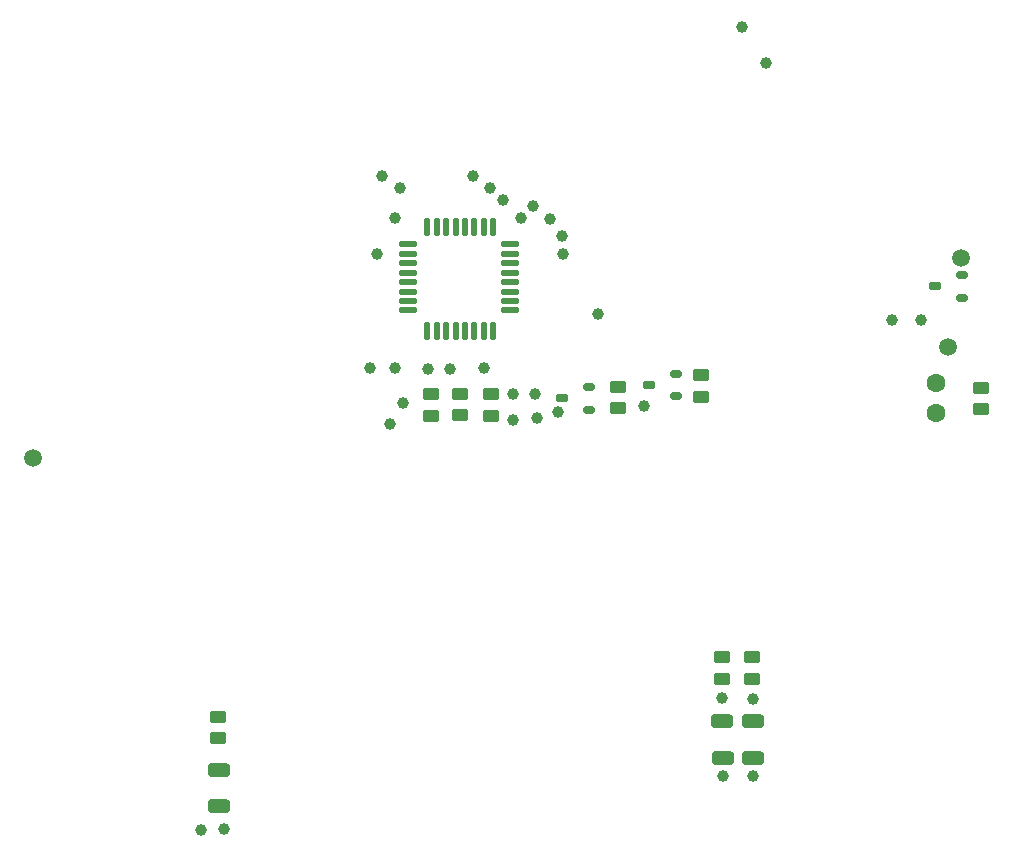
<source format=gbr>
%TF.GenerationSoftware,KiCad,Pcbnew,7.0.8*%
%TF.CreationDate,2023-12-31T22:43:44+00:00*%
%TF.ProjectId,pce-gt-controller,7063652d-6774-42d6-936f-6e74726f6c6c,BF1.1*%
%TF.SameCoordinates,Original*%
%TF.FileFunction,Paste,Top*%
%TF.FilePolarity,Positive*%
%FSLAX46Y46*%
G04 Gerber Fmt 4.6, Leading zero omitted, Abs format (unit mm)*
G04 Created by KiCad (PCBNEW 7.0.8) date 2023-12-31 22:43:44*
%MOMM*%
%LPD*%
G01*
G04 APERTURE LIST*
G04 Aperture macros list*
%AMRoundRect*
0 Rectangle with rounded corners*
0 $1 Rounding radius*
0 $2 $3 $4 $5 $6 $7 $8 $9 X,Y pos of 4 corners*
0 Add a 4 corners polygon primitive as box body*
4,1,4,$2,$3,$4,$5,$6,$7,$8,$9,$2,$3,0*
0 Add four circle primitives for the rounded corners*
1,1,$1+$1,$2,$3*
1,1,$1+$1,$4,$5*
1,1,$1+$1,$6,$7*
1,1,$1+$1,$8,$9*
0 Add four rect primitives between the rounded corners*
20,1,$1+$1,$2,$3,$4,$5,0*
20,1,$1+$1,$4,$5,$6,$7,0*
20,1,$1+$1,$6,$7,$8,$9,0*
20,1,$1+$1,$8,$9,$2,$3,0*%
G04 Aperture macros list end*
%ADD10C,1.000000*%
%ADD11RoundRect,0.250000X0.450000X-0.262500X0.450000X0.262500X-0.450000X0.262500X-0.450000X-0.262500X0*%
%ADD12RoundRect,0.150000X0.357500X0.150000X-0.357500X0.150000X-0.357500X-0.150000X0.357500X-0.150000X0*%
%ADD13RoundRect,0.150000X0.392500X0.150000X-0.392500X0.150000X-0.392500X-0.150000X0.392500X-0.150000X0*%
%ADD14RoundRect,0.250000X-0.450000X0.262500X-0.450000X-0.262500X0.450000X-0.262500X0.450000X0.262500X0*%
%ADD15C,1.500000*%
%ADD16RoundRect,0.281565X-0.645643X0.295643X-0.645643X-0.295643X0.645643X-0.295643X0.645643X0.295643X0*%
%ADD17C,1.600000*%
%ADD18RoundRect,0.125000X-0.125000X0.625000X-0.125000X-0.625000X0.125000X-0.625000X0.125000X0.625000X0*%
%ADD19RoundRect,0.125000X-0.625000X0.125000X-0.625000X-0.125000X0.625000X-0.125000X0.625000X0.125000X0*%
G04 APERTURE END LIST*
D10*
%TO.C,*%
X155870000Y-78880000D03*
%TD*%
%TO.C,*%
X146790000Y-80370000D03*
%TD*%
D11*
%TO.C,R800*%
X149810000Y-97102500D03*
X149810000Y-95277500D03*
%TD*%
D10*
%TO.C,*%
X167800000Y-96260000D03*
%TD*%
%TO.C,*%
X149570000Y-93150000D03*
%TD*%
%TO.C,*%
X144640000Y-93060000D03*
%TD*%
D12*
%TO.C,D802*%
X163227500Y-96610000D03*
X163227500Y-94710000D03*
D13*
X160927500Y-95660000D03*
%TD*%
D14*
%TO.C,L804*%
X177010000Y-117577500D03*
X177010000Y-119402500D03*
%TD*%
D10*
%TO.C,*%
X145200000Y-83410000D03*
%TD*%
%TO.C,*%
X154290000Y-93080000D03*
%TD*%
%TO.C,*%
X145670000Y-76830000D03*
%TD*%
%TO.C,*%
X160950000Y-83450000D03*
%TD*%
%TO.C,*%
X158820000Y-97280000D03*
%TD*%
%TO.C,*%
X158620000Y-95290000D03*
%TD*%
%TO.C,*%
X130350000Y-132170000D03*
%TD*%
D14*
%TO.C,R804*%
X165600000Y-94677500D03*
X165600000Y-96502500D03*
%TD*%
D10*
%TO.C,*%
X160870000Y-81890000D03*
%TD*%
%TO.C,*%
X160580000Y-96820000D03*
%TD*%
D14*
%TO.C,L805*%
X174480000Y-117577500D03*
X174480000Y-119402500D03*
%TD*%
D15*
%TO.C,*%
X193550000Y-91290000D03*
%TD*%
D10*
%TO.C,*%
X158450000Y-79380000D03*
%TD*%
%TO.C,*%
X191320000Y-89030000D03*
%TD*%
%TO.C,*%
X159920000Y-80430000D03*
%TD*%
D11*
%TO.C,C801*%
X154910000Y-97112500D03*
X154910000Y-95287500D03*
%TD*%
D10*
%TO.C,*%
X153340000Y-76850000D03*
%TD*%
%TO.C,*%
X146750000Y-93080000D03*
%TD*%
%TO.C,*%
X177050000Y-121070000D03*
%TD*%
%TO.C,*%
X146310000Y-97780000D03*
%TD*%
%TO.C,*%
X151440000Y-93130000D03*
%TD*%
D14*
%TO.C,L803*%
X131750000Y-122597500D03*
X131750000Y-124422500D03*
%TD*%
D10*
%TO.C,*%
X156750000Y-97520000D03*
%TD*%
%TO.C,*%
X176180000Y-64170000D03*
%TD*%
D16*
%TO.C,L802*%
X177065283Y-123005283D03*
X177110000Y-126060000D03*
%TD*%
D10*
%TO.C,*%
X174500000Y-127610000D03*
%TD*%
%TO.C,*%
X177050000Y-127600000D03*
%TD*%
D16*
%TO.C,L800*%
X131835283Y-127075283D03*
X131880000Y-130130000D03*
%TD*%
D11*
%TO.C,R801*%
X152270000Y-97082500D03*
X152270000Y-95257500D03*
%TD*%
D10*
%TO.C,*%
X157450000Y-80420000D03*
%TD*%
%TO.C,*%
X163920000Y-88470000D03*
%TD*%
%TO.C,*%
X147430000Y-96030000D03*
%TD*%
D15*
%TO.C,*%
X116110000Y-100690000D03*
%TD*%
D10*
%TO.C,*%
X178140000Y-67220000D03*
%TD*%
%TO.C,*%
X174480000Y-121030000D03*
%TD*%
D15*
%TO.C,*%
X194690000Y-83770000D03*
%TD*%
D10*
%TO.C,*%
X156770000Y-95280000D03*
%TD*%
D14*
%TO.C,R803*%
X172660000Y-93667500D03*
X172660000Y-95492500D03*
%TD*%
D17*
%TO.C,CC800*%
X192600000Y-94390000D03*
X192600000Y-96884021D03*
%TD*%
D18*
%TO.C,IC800*%
X155090000Y-81162500D03*
X154290000Y-81162500D03*
X153490000Y-81162500D03*
X152690000Y-81162500D03*
X151890000Y-81162500D03*
X151090000Y-81162500D03*
X150290000Y-81162500D03*
X149490000Y-81162500D03*
D19*
X147880000Y-82607500D03*
X147880000Y-83407500D03*
X147880000Y-84207500D03*
X147880000Y-85007500D03*
X147880000Y-85807500D03*
X147880000Y-86607500D03*
X147880000Y-87407500D03*
X147880000Y-88207500D03*
D18*
X149490000Y-89937500D03*
X150290000Y-89937500D03*
X151090000Y-89937500D03*
X151890000Y-89937500D03*
X152690000Y-89937500D03*
X153490000Y-89937500D03*
X154290000Y-89937500D03*
X155090000Y-89937500D03*
D19*
X156480000Y-88207500D03*
X156480000Y-87407500D03*
X156480000Y-86607500D03*
X156480000Y-85807500D03*
X156480000Y-85007500D03*
X156480000Y-84207500D03*
X156480000Y-83407500D03*
X156480000Y-82607500D03*
%TD*%
D10*
%TO.C,*%
X188820000Y-89010000D03*
%TD*%
D16*
%TO.C,L801*%
X174475283Y-123005283D03*
X174520000Y-126060000D03*
%TD*%
D12*
%TO.C,D800*%
X194760000Y-87110000D03*
X194760000Y-85210000D03*
D13*
X192460000Y-86160000D03*
%TD*%
D10*
%TO.C,*%
X147210000Y-77810000D03*
%TD*%
%TO.C,*%
X154830000Y-77870000D03*
%TD*%
%TO.C,*%
X132290000Y-132150000D03*
%TD*%
D14*
%TO.C,C800*%
X196360000Y-94735000D03*
X196360000Y-96560000D03*
%TD*%
D12*
%TO.C,D801*%
X170527500Y-95460000D03*
X170527500Y-93560000D03*
D13*
X168227500Y-94510000D03*
%TD*%
M02*

</source>
